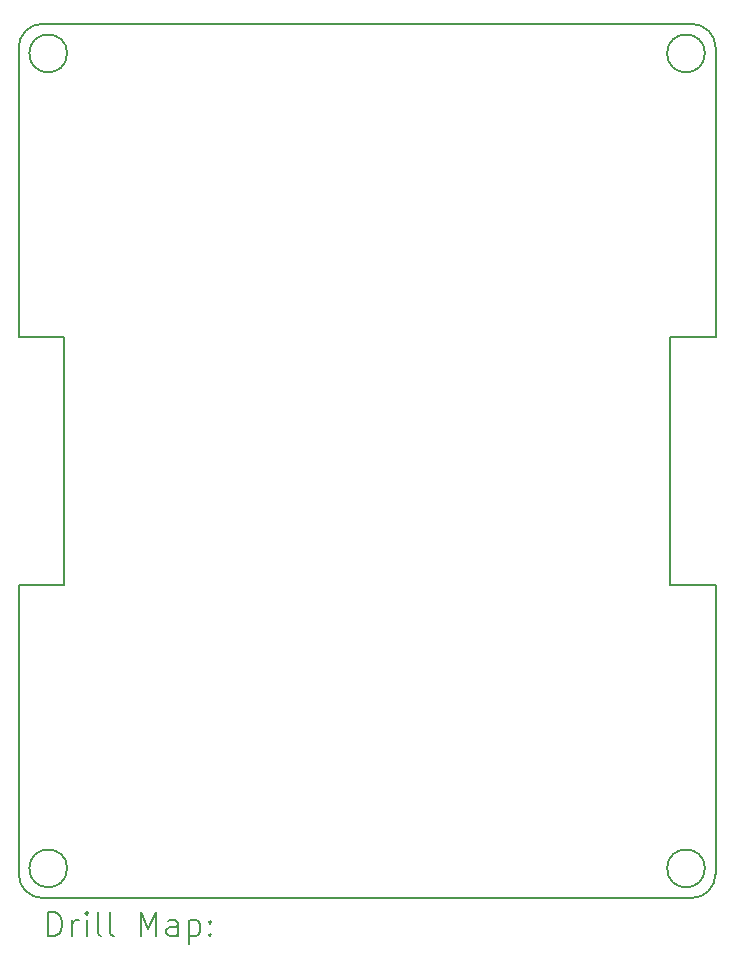
<source format=gbr>
%TF.GenerationSoftware,KiCad,Pcbnew,7.0.8*%
%TF.CreationDate,2024-05-03T09:25:55+02:00*%
%TF.ProjectId,SPROJ2 G3_1,5350524f-4a32-4204-9733-5f312e6b6963,rev?*%
%TF.SameCoordinates,Original*%
%TF.FileFunction,Drillmap*%
%TF.FilePolarity,Positive*%
%FSLAX45Y45*%
G04 Gerber Fmt 4.5, Leading zero omitted, Abs format (unit mm)*
G04 Created by KiCad (PCBNEW 7.0.8) date 2024-05-03 09:25:55*
%MOMM*%
%LPD*%
G01*
G04 APERTURE LIST*
%ADD10C,0.200000*%
G04 APERTURE END LIST*
D10*
X11375000Y-14150000D02*
X16875000Y-14150000D01*
X17075000Y-11500000D02*
X16692157Y-11500000D01*
X11175000Y-6950000D02*
X11175000Y-9400000D01*
X11585000Y-7000000D02*
G75*
G03*
X11585000Y-7000000I-160000J0D01*
G01*
X11375000Y-6750000D02*
G75*
G03*
X11175000Y-6950000I0J-200000D01*
G01*
X16875000Y-6750000D02*
X11375000Y-6750000D01*
X17075000Y-9400000D02*
X17075000Y-6950000D01*
X16985000Y-13900000D02*
G75*
G03*
X16985000Y-13900000I-160000J0D01*
G01*
X11175000Y-11500000D02*
X11175000Y-13950000D01*
X16692157Y-11500000D02*
X16692157Y-9400000D01*
X17075000Y-6950000D02*
G75*
G03*
X16875000Y-6750000I-200000J0D01*
G01*
X16692157Y-9400000D02*
X17075000Y-9400000D01*
X17075000Y-13950000D02*
X17075000Y-11500000D01*
X16875000Y-14150000D02*
G75*
G03*
X17075000Y-13950000I0J200000D01*
G01*
X11175000Y-9400000D02*
X11557843Y-9400000D01*
X16985000Y-7000000D02*
G75*
G03*
X16985000Y-7000000I-160000J0D01*
G01*
X11557843Y-11500000D02*
X11175000Y-11500000D01*
X11557843Y-9400000D02*
X11557843Y-11500000D01*
X11585000Y-13900000D02*
G75*
G03*
X11585000Y-13900000I-160000J0D01*
G01*
X11175000Y-13950000D02*
G75*
G03*
X11375000Y-14150000I200000J0D01*
G01*
X11425777Y-14471484D02*
X11425777Y-14271484D01*
X11425777Y-14271484D02*
X11473396Y-14271484D01*
X11473396Y-14271484D02*
X11501967Y-14281008D01*
X11501967Y-14281008D02*
X11521015Y-14300055D01*
X11521015Y-14300055D02*
X11530539Y-14319103D01*
X11530539Y-14319103D02*
X11540062Y-14357198D01*
X11540062Y-14357198D02*
X11540062Y-14385769D01*
X11540062Y-14385769D02*
X11530539Y-14423865D01*
X11530539Y-14423865D02*
X11521015Y-14442912D01*
X11521015Y-14442912D02*
X11501967Y-14461960D01*
X11501967Y-14461960D02*
X11473396Y-14471484D01*
X11473396Y-14471484D02*
X11425777Y-14471484D01*
X11625777Y-14471484D02*
X11625777Y-14338150D01*
X11625777Y-14376246D02*
X11635301Y-14357198D01*
X11635301Y-14357198D02*
X11644824Y-14347674D01*
X11644824Y-14347674D02*
X11663872Y-14338150D01*
X11663872Y-14338150D02*
X11682920Y-14338150D01*
X11749586Y-14471484D02*
X11749586Y-14338150D01*
X11749586Y-14271484D02*
X11740062Y-14281008D01*
X11740062Y-14281008D02*
X11749586Y-14290531D01*
X11749586Y-14290531D02*
X11759110Y-14281008D01*
X11759110Y-14281008D02*
X11749586Y-14271484D01*
X11749586Y-14271484D02*
X11749586Y-14290531D01*
X11873396Y-14471484D02*
X11854348Y-14461960D01*
X11854348Y-14461960D02*
X11844824Y-14442912D01*
X11844824Y-14442912D02*
X11844824Y-14271484D01*
X11978158Y-14471484D02*
X11959110Y-14461960D01*
X11959110Y-14461960D02*
X11949586Y-14442912D01*
X11949586Y-14442912D02*
X11949586Y-14271484D01*
X12206729Y-14471484D02*
X12206729Y-14271484D01*
X12206729Y-14271484D02*
X12273396Y-14414341D01*
X12273396Y-14414341D02*
X12340062Y-14271484D01*
X12340062Y-14271484D02*
X12340062Y-14471484D01*
X12521015Y-14471484D02*
X12521015Y-14366722D01*
X12521015Y-14366722D02*
X12511491Y-14347674D01*
X12511491Y-14347674D02*
X12492443Y-14338150D01*
X12492443Y-14338150D02*
X12454348Y-14338150D01*
X12454348Y-14338150D02*
X12435301Y-14347674D01*
X12521015Y-14461960D02*
X12501967Y-14471484D01*
X12501967Y-14471484D02*
X12454348Y-14471484D01*
X12454348Y-14471484D02*
X12435301Y-14461960D01*
X12435301Y-14461960D02*
X12425777Y-14442912D01*
X12425777Y-14442912D02*
X12425777Y-14423865D01*
X12425777Y-14423865D02*
X12435301Y-14404817D01*
X12435301Y-14404817D02*
X12454348Y-14395293D01*
X12454348Y-14395293D02*
X12501967Y-14395293D01*
X12501967Y-14395293D02*
X12521015Y-14385769D01*
X12616253Y-14338150D02*
X12616253Y-14538150D01*
X12616253Y-14347674D02*
X12635301Y-14338150D01*
X12635301Y-14338150D02*
X12673396Y-14338150D01*
X12673396Y-14338150D02*
X12692443Y-14347674D01*
X12692443Y-14347674D02*
X12701967Y-14357198D01*
X12701967Y-14357198D02*
X12711491Y-14376246D01*
X12711491Y-14376246D02*
X12711491Y-14433388D01*
X12711491Y-14433388D02*
X12701967Y-14452436D01*
X12701967Y-14452436D02*
X12692443Y-14461960D01*
X12692443Y-14461960D02*
X12673396Y-14471484D01*
X12673396Y-14471484D02*
X12635301Y-14471484D01*
X12635301Y-14471484D02*
X12616253Y-14461960D01*
X12797205Y-14452436D02*
X12806729Y-14461960D01*
X12806729Y-14461960D02*
X12797205Y-14471484D01*
X12797205Y-14471484D02*
X12787682Y-14461960D01*
X12787682Y-14461960D02*
X12797205Y-14452436D01*
X12797205Y-14452436D02*
X12797205Y-14471484D01*
X12797205Y-14347674D02*
X12806729Y-14357198D01*
X12806729Y-14357198D02*
X12797205Y-14366722D01*
X12797205Y-14366722D02*
X12787682Y-14357198D01*
X12787682Y-14357198D02*
X12797205Y-14347674D01*
X12797205Y-14347674D02*
X12797205Y-14366722D01*
M02*

</source>
